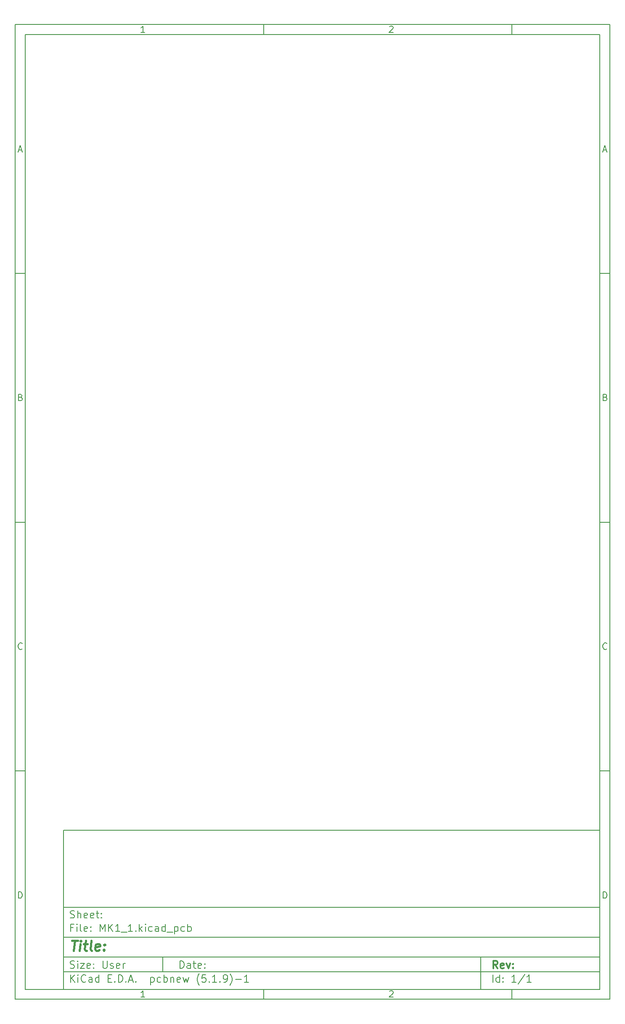
<source format=gbr>
%TF.GenerationSoftware,KiCad,Pcbnew,(5.1.9)-1*%
%TF.CreationDate,2021-07-03T12:35:33-04:00*%
%TF.ProjectId,MK1_1,4d4b315f-312e-46b6-9963-61645f706362,rev?*%
%TF.SameCoordinates,Original*%
%TF.FileFunction,Other,Comment*%
%FSLAX45Y45*%
G04 Gerber Fmt 4.5, Leading zero omitted, Abs format (unit mm)*
G04 Created by KiCad (PCBNEW (5.1.9)-1) date 2021-07-03 12:35:33*
%MOMM*%
%LPD*%
G01*
G04 APERTURE LIST*
%ADD10C,0.127000*%
%ADD11C,0.150000*%
%ADD12C,0.300000*%
%ADD13C,0.400000*%
G04 APERTURE END LIST*
D10*
D11*
X1970000Y-17190000D02*
X1970000Y-20390000D01*
X12770000Y-20390000D01*
X12770000Y-17190000D01*
X1970000Y-17190000D01*
D10*
D11*
X1000000Y-1000000D02*
X1000000Y-20590000D01*
X12970000Y-20590000D01*
X12970000Y-1000000D01*
X1000000Y-1000000D01*
D10*
D11*
X1200000Y-1200000D02*
X1200000Y-20390000D01*
X12770000Y-20390000D01*
X12770000Y-1200000D01*
X1200000Y-1200000D01*
D10*
D11*
X6000000Y-1200000D02*
X6000000Y-1000000D01*
D10*
D11*
X11000000Y-1200000D02*
X11000000Y-1000000D01*
D10*
D11*
X3606548Y-1158810D02*
X3532262Y-1158810D01*
X3569405Y-1158810D02*
X3569405Y-1028809D01*
X3557024Y-1047381D01*
X3544643Y-1059762D01*
X3532262Y-1065952D01*
D10*
D11*
X8532262Y-1041190D02*
X8538452Y-1035000D01*
X8550833Y-1028809D01*
X8581786Y-1028809D01*
X8594167Y-1035000D01*
X8600357Y-1041190D01*
X8606548Y-1053571D01*
X8606548Y-1065952D01*
X8600357Y-1084524D01*
X8526071Y-1158810D01*
X8606548Y-1158810D01*
D10*
D11*
X6000000Y-20390000D02*
X6000000Y-20590000D01*
D10*
D11*
X11000000Y-20390000D02*
X11000000Y-20590000D01*
D10*
D11*
X3606548Y-20548810D02*
X3532262Y-20548810D01*
X3569405Y-20548810D02*
X3569405Y-20418810D01*
X3557024Y-20437381D01*
X3544643Y-20449762D01*
X3532262Y-20455952D01*
D10*
D11*
X8532262Y-20431190D02*
X8538452Y-20425000D01*
X8550833Y-20418810D01*
X8581786Y-20418810D01*
X8594167Y-20425000D01*
X8600357Y-20431190D01*
X8606548Y-20443571D01*
X8606548Y-20455952D01*
X8600357Y-20474524D01*
X8526071Y-20548810D01*
X8606548Y-20548810D01*
D10*
D11*
X1000000Y-6000000D02*
X1200000Y-6000000D01*
D10*
D11*
X1000000Y-11000000D02*
X1200000Y-11000000D01*
D10*
D11*
X1000000Y-16000000D02*
X1200000Y-16000000D01*
D10*
D11*
X1069048Y-3521667D02*
X1130952Y-3521667D01*
X1056667Y-3558809D02*
X1100000Y-3428809D01*
X1143333Y-3558809D01*
D10*
D11*
X1109286Y-8490714D02*
X1127857Y-8496905D01*
X1134048Y-8503095D01*
X1140238Y-8515476D01*
X1140238Y-8534048D01*
X1134048Y-8546429D01*
X1127857Y-8552619D01*
X1115476Y-8558810D01*
X1065952Y-8558810D01*
X1065952Y-8428810D01*
X1109286Y-8428810D01*
X1121667Y-8435000D01*
X1127857Y-8441190D01*
X1134048Y-8453571D01*
X1134048Y-8465952D01*
X1127857Y-8478333D01*
X1121667Y-8484524D01*
X1109286Y-8490714D01*
X1065952Y-8490714D01*
D10*
D11*
X1140238Y-13546428D02*
X1134048Y-13552619D01*
X1115476Y-13558809D01*
X1103095Y-13558809D01*
X1084524Y-13552619D01*
X1072143Y-13540238D01*
X1065952Y-13527857D01*
X1059762Y-13503095D01*
X1059762Y-13484524D01*
X1065952Y-13459762D01*
X1072143Y-13447381D01*
X1084524Y-13435000D01*
X1103095Y-13428809D01*
X1115476Y-13428809D01*
X1134048Y-13435000D01*
X1140238Y-13441190D01*
D10*
D11*
X1065952Y-18558810D02*
X1065952Y-18428810D01*
X1096905Y-18428810D01*
X1115476Y-18435000D01*
X1127857Y-18447381D01*
X1134048Y-18459762D01*
X1140238Y-18484524D01*
X1140238Y-18503095D01*
X1134048Y-18527857D01*
X1127857Y-18540238D01*
X1115476Y-18552619D01*
X1096905Y-18558810D01*
X1065952Y-18558810D01*
D10*
D11*
X12970000Y-6000000D02*
X12770000Y-6000000D01*
D10*
D11*
X12970000Y-11000000D02*
X12770000Y-11000000D01*
D10*
D11*
X12970000Y-16000000D02*
X12770000Y-16000000D01*
D10*
D11*
X12839048Y-3521667D02*
X12900952Y-3521667D01*
X12826667Y-3558809D02*
X12870000Y-3428809D01*
X12913333Y-3558809D01*
D10*
D11*
X12879286Y-8490714D02*
X12897857Y-8496905D01*
X12904048Y-8503095D01*
X12910238Y-8515476D01*
X12910238Y-8534048D01*
X12904048Y-8546429D01*
X12897857Y-8552619D01*
X12885476Y-8558810D01*
X12835952Y-8558810D01*
X12835952Y-8428810D01*
X12879286Y-8428810D01*
X12891667Y-8435000D01*
X12897857Y-8441190D01*
X12904048Y-8453571D01*
X12904048Y-8465952D01*
X12897857Y-8478333D01*
X12891667Y-8484524D01*
X12879286Y-8490714D01*
X12835952Y-8490714D01*
D10*
D11*
X12910238Y-13546428D02*
X12904048Y-13552619D01*
X12885476Y-13558809D01*
X12873095Y-13558809D01*
X12854524Y-13552619D01*
X12842143Y-13540238D01*
X12835952Y-13527857D01*
X12829762Y-13503095D01*
X12829762Y-13484524D01*
X12835952Y-13459762D01*
X12842143Y-13447381D01*
X12854524Y-13435000D01*
X12873095Y-13428809D01*
X12885476Y-13428809D01*
X12904048Y-13435000D01*
X12910238Y-13441190D01*
D10*
D11*
X12835952Y-18558810D02*
X12835952Y-18428810D01*
X12866905Y-18428810D01*
X12885476Y-18435000D01*
X12897857Y-18447381D01*
X12904048Y-18459762D01*
X12910238Y-18484524D01*
X12910238Y-18503095D01*
X12904048Y-18527857D01*
X12897857Y-18540238D01*
X12885476Y-18552619D01*
X12866905Y-18558810D01*
X12835952Y-18558810D01*
D10*
D11*
X4313214Y-19967857D02*
X4313214Y-19817857D01*
X4348929Y-19817857D01*
X4370357Y-19825000D01*
X4384643Y-19839286D01*
X4391786Y-19853571D01*
X4398929Y-19882143D01*
X4398929Y-19903571D01*
X4391786Y-19932143D01*
X4384643Y-19946429D01*
X4370357Y-19960714D01*
X4348929Y-19967857D01*
X4313214Y-19967857D01*
X4527500Y-19967857D02*
X4527500Y-19889286D01*
X4520357Y-19875000D01*
X4506071Y-19867857D01*
X4477500Y-19867857D01*
X4463214Y-19875000D01*
X4527500Y-19960714D02*
X4513214Y-19967857D01*
X4477500Y-19967857D01*
X4463214Y-19960714D01*
X4456071Y-19946429D01*
X4456071Y-19932143D01*
X4463214Y-19917857D01*
X4477500Y-19910714D01*
X4513214Y-19910714D01*
X4527500Y-19903571D01*
X4577500Y-19867857D02*
X4634643Y-19867857D01*
X4598929Y-19817857D02*
X4598929Y-19946429D01*
X4606071Y-19960714D01*
X4620357Y-19967857D01*
X4634643Y-19967857D01*
X4741786Y-19960714D02*
X4727500Y-19967857D01*
X4698929Y-19967857D01*
X4684643Y-19960714D01*
X4677500Y-19946429D01*
X4677500Y-19889286D01*
X4684643Y-19875000D01*
X4698929Y-19867857D01*
X4727500Y-19867857D01*
X4741786Y-19875000D01*
X4748929Y-19889286D01*
X4748929Y-19903571D01*
X4677500Y-19917857D01*
X4813214Y-19953571D02*
X4820357Y-19960714D01*
X4813214Y-19967857D01*
X4806071Y-19960714D01*
X4813214Y-19953571D01*
X4813214Y-19967857D01*
X4813214Y-19875000D02*
X4820357Y-19882143D01*
X4813214Y-19889286D01*
X4806071Y-19882143D01*
X4813214Y-19875000D01*
X4813214Y-19889286D01*
D10*
D11*
X1970000Y-20040000D02*
X12770000Y-20040000D01*
D10*
D11*
X2113214Y-20247857D02*
X2113214Y-20097857D01*
X2198929Y-20247857D02*
X2134643Y-20162143D01*
X2198929Y-20097857D02*
X2113214Y-20183571D01*
X2263214Y-20247857D02*
X2263214Y-20147857D01*
X2263214Y-20097857D02*
X2256071Y-20105000D01*
X2263214Y-20112143D01*
X2270357Y-20105000D01*
X2263214Y-20097857D01*
X2263214Y-20112143D01*
X2420357Y-20233571D02*
X2413214Y-20240714D01*
X2391786Y-20247857D01*
X2377500Y-20247857D01*
X2356071Y-20240714D01*
X2341786Y-20226429D01*
X2334643Y-20212143D01*
X2327500Y-20183571D01*
X2327500Y-20162143D01*
X2334643Y-20133571D01*
X2341786Y-20119286D01*
X2356071Y-20105000D01*
X2377500Y-20097857D01*
X2391786Y-20097857D01*
X2413214Y-20105000D01*
X2420357Y-20112143D01*
X2548929Y-20247857D02*
X2548929Y-20169286D01*
X2541786Y-20155000D01*
X2527500Y-20147857D01*
X2498929Y-20147857D01*
X2484643Y-20155000D01*
X2548929Y-20240714D02*
X2534643Y-20247857D01*
X2498929Y-20247857D01*
X2484643Y-20240714D01*
X2477500Y-20226429D01*
X2477500Y-20212143D01*
X2484643Y-20197857D01*
X2498929Y-20190714D01*
X2534643Y-20190714D01*
X2548929Y-20183571D01*
X2684643Y-20247857D02*
X2684643Y-20097857D01*
X2684643Y-20240714D02*
X2670357Y-20247857D01*
X2641786Y-20247857D01*
X2627500Y-20240714D01*
X2620357Y-20233571D01*
X2613214Y-20219286D01*
X2613214Y-20176429D01*
X2620357Y-20162143D01*
X2627500Y-20155000D01*
X2641786Y-20147857D01*
X2670357Y-20147857D01*
X2684643Y-20155000D01*
X2870357Y-20169286D02*
X2920357Y-20169286D01*
X2941786Y-20247857D02*
X2870357Y-20247857D01*
X2870357Y-20097857D01*
X2941786Y-20097857D01*
X3006071Y-20233571D02*
X3013214Y-20240714D01*
X3006071Y-20247857D01*
X2998928Y-20240714D01*
X3006071Y-20233571D01*
X3006071Y-20247857D01*
X3077500Y-20247857D02*
X3077500Y-20097857D01*
X3113214Y-20097857D01*
X3134643Y-20105000D01*
X3148928Y-20119286D01*
X3156071Y-20133571D01*
X3163214Y-20162143D01*
X3163214Y-20183571D01*
X3156071Y-20212143D01*
X3148928Y-20226429D01*
X3134643Y-20240714D01*
X3113214Y-20247857D01*
X3077500Y-20247857D01*
X3227500Y-20233571D02*
X3234643Y-20240714D01*
X3227500Y-20247857D01*
X3220357Y-20240714D01*
X3227500Y-20233571D01*
X3227500Y-20247857D01*
X3291786Y-20205000D02*
X3363214Y-20205000D01*
X3277500Y-20247857D02*
X3327500Y-20097857D01*
X3377500Y-20247857D01*
X3427500Y-20233571D02*
X3434643Y-20240714D01*
X3427500Y-20247857D01*
X3420357Y-20240714D01*
X3427500Y-20233571D01*
X3427500Y-20247857D01*
X3727500Y-20147857D02*
X3727500Y-20297857D01*
X3727500Y-20155000D02*
X3741786Y-20147857D01*
X3770357Y-20147857D01*
X3784643Y-20155000D01*
X3791786Y-20162143D01*
X3798928Y-20176429D01*
X3798928Y-20219286D01*
X3791786Y-20233571D01*
X3784643Y-20240714D01*
X3770357Y-20247857D01*
X3741786Y-20247857D01*
X3727500Y-20240714D01*
X3927500Y-20240714D02*
X3913214Y-20247857D01*
X3884643Y-20247857D01*
X3870357Y-20240714D01*
X3863214Y-20233571D01*
X3856071Y-20219286D01*
X3856071Y-20176429D01*
X3863214Y-20162143D01*
X3870357Y-20155000D01*
X3884643Y-20147857D01*
X3913214Y-20147857D01*
X3927500Y-20155000D01*
X3991786Y-20247857D02*
X3991786Y-20097857D01*
X3991786Y-20155000D02*
X4006071Y-20147857D01*
X4034643Y-20147857D01*
X4048928Y-20155000D01*
X4056071Y-20162143D01*
X4063214Y-20176429D01*
X4063214Y-20219286D01*
X4056071Y-20233571D01*
X4048928Y-20240714D01*
X4034643Y-20247857D01*
X4006071Y-20247857D01*
X3991786Y-20240714D01*
X4127500Y-20147857D02*
X4127500Y-20247857D01*
X4127500Y-20162143D02*
X4134643Y-20155000D01*
X4148928Y-20147857D01*
X4170357Y-20147857D01*
X4184643Y-20155000D01*
X4191786Y-20169286D01*
X4191786Y-20247857D01*
X4320357Y-20240714D02*
X4306071Y-20247857D01*
X4277500Y-20247857D01*
X4263214Y-20240714D01*
X4256071Y-20226429D01*
X4256071Y-20169286D01*
X4263214Y-20155000D01*
X4277500Y-20147857D01*
X4306071Y-20147857D01*
X4320357Y-20155000D01*
X4327500Y-20169286D01*
X4327500Y-20183571D01*
X4256071Y-20197857D01*
X4377500Y-20147857D02*
X4406071Y-20247857D01*
X4434643Y-20176429D01*
X4463214Y-20247857D01*
X4491786Y-20147857D01*
X4706071Y-20305000D02*
X4698929Y-20297857D01*
X4684643Y-20276429D01*
X4677500Y-20262143D01*
X4670357Y-20240714D01*
X4663214Y-20205000D01*
X4663214Y-20176429D01*
X4670357Y-20140714D01*
X4677500Y-20119286D01*
X4684643Y-20105000D01*
X4698929Y-20083571D01*
X4706071Y-20076429D01*
X4834643Y-20097857D02*
X4763214Y-20097857D01*
X4756071Y-20169286D01*
X4763214Y-20162143D01*
X4777500Y-20155000D01*
X4813214Y-20155000D01*
X4827500Y-20162143D01*
X4834643Y-20169286D01*
X4841786Y-20183571D01*
X4841786Y-20219286D01*
X4834643Y-20233571D01*
X4827500Y-20240714D01*
X4813214Y-20247857D01*
X4777500Y-20247857D01*
X4763214Y-20240714D01*
X4756071Y-20233571D01*
X4906071Y-20233571D02*
X4913214Y-20240714D01*
X4906071Y-20247857D01*
X4898929Y-20240714D01*
X4906071Y-20233571D01*
X4906071Y-20247857D01*
X5056071Y-20247857D02*
X4970357Y-20247857D01*
X5013214Y-20247857D02*
X5013214Y-20097857D01*
X4998929Y-20119286D01*
X4984643Y-20133571D01*
X4970357Y-20140714D01*
X5120357Y-20233571D02*
X5127500Y-20240714D01*
X5120357Y-20247857D01*
X5113214Y-20240714D01*
X5120357Y-20233571D01*
X5120357Y-20247857D01*
X5198929Y-20247857D02*
X5227500Y-20247857D01*
X5241786Y-20240714D01*
X5248929Y-20233571D01*
X5263214Y-20212143D01*
X5270357Y-20183571D01*
X5270357Y-20126429D01*
X5263214Y-20112143D01*
X5256071Y-20105000D01*
X5241786Y-20097857D01*
X5213214Y-20097857D01*
X5198929Y-20105000D01*
X5191786Y-20112143D01*
X5184643Y-20126429D01*
X5184643Y-20162143D01*
X5191786Y-20176429D01*
X5198929Y-20183571D01*
X5213214Y-20190714D01*
X5241786Y-20190714D01*
X5256071Y-20183571D01*
X5263214Y-20176429D01*
X5270357Y-20162143D01*
X5320357Y-20305000D02*
X5327500Y-20297857D01*
X5341786Y-20276429D01*
X5348929Y-20262143D01*
X5356071Y-20240714D01*
X5363214Y-20205000D01*
X5363214Y-20176429D01*
X5356071Y-20140714D01*
X5348929Y-20119286D01*
X5341786Y-20105000D01*
X5327500Y-20083571D01*
X5320357Y-20076429D01*
X5434643Y-20190714D02*
X5548929Y-20190714D01*
X5698928Y-20247857D02*
X5613214Y-20247857D01*
X5656071Y-20247857D02*
X5656071Y-20097857D01*
X5641786Y-20119286D01*
X5627500Y-20133571D01*
X5613214Y-20140714D01*
D10*
D11*
X1970000Y-19740000D02*
X12770000Y-19740000D01*
D10*
D12*
X10710929Y-19967857D02*
X10660929Y-19896429D01*
X10625214Y-19967857D02*
X10625214Y-19817857D01*
X10682357Y-19817857D01*
X10696643Y-19825000D01*
X10703786Y-19832143D01*
X10710929Y-19846429D01*
X10710929Y-19867857D01*
X10703786Y-19882143D01*
X10696643Y-19889286D01*
X10682357Y-19896429D01*
X10625214Y-19896429D01*
X10832357Y-19960714D02*
X10818071Y-19967857D01*
X10789500Y-19967857D01*
X10775214Y-19960714D01*
X10768071Y-19946429D01*
X10768071Y-19889286D01*
X10775214Y-19875000D01*
X10789500Y-19867857D01*
X10818071Y-19867857D01*
X10832357Y-19875000D01*
X10839500Y-19889286D01*
X10839500Y-19903571D01*
X10768071Y-19917857D01*
X10889500Y-19867857D02*
X10925214Y-19967857D01*
X10960929Y-19867857D01*
X11018071Y-19953571D02*
X11025214Y-19960714D01*
X11018071Y-19967857D01*
X11010929Y-19960714D01*
X11018071Y-19953571D01*
X11018071Y-19967857D01*
X11018071Y-19875000D02*
X11025214Y-19882143D01*
X11018071Y-19889286D01*
X11010929Y-19882143D01*
X11018071Y-19875000D01*
X11018071Y-19889286D01*
D10*
D11*
X2106071Y-19960714D02*
X2127500Y-19967857D01*
X2163214Y-19967857D01*
X2177500Y-19960714D01*
X2184643Y-19953571D01*
X2191786Y-19939286D01*
X2191786Y-19925000D01*
X2184643Y-19910714D01*
X2177500Y-19903571D01*
X2163214Y-19896429D01*
X2134643Y-19889286D01*
X2120357Y-19882143D01*
X2113214Y-19875000D01*
X2106071Y-19860714D01*
X2106071Y-19846429D01*
X2113214Y-19832143D01*
X2120357Y-19825000D01*
X2134643Y-19817857D01*
X2170357Y-19817857D01*
X2191786Y-19825000D01*
X2256071Y-19967857D02*
X2256071Y-19867857D01*
X2256071Y-19817857D02*
X2248929Y-19825000D01*
X2256071Y-19832143D01*
X2263214Y-19825000D01*
X2256071Y-19817857D01*
X2256071Y-19832143D01*
X2313214Y-19867857D02*
X2391786Y-19867857D01*
X2313214Y-19967857D01*
X2391786Y-19967857D01*
X2506071Y-19960714D02*
X2491786Y-19967857D01*
X2463214Y-19967857D01*
X2448929Y-19960714D01*
X2441786Y-19946429D01*
X2441786Y-19889286D01*
X2448929Y-19875000D01*
X2463214Y-19867857D01*
X2491786Y-19867857D01*
X2506071Y-19875000D01*
X2513214Y-19889286D01*
X2513214Y-19903571D01*
X2441786Y-19917857D01*
X2577500Y-19953571D02*
X2584643Y-19960714D01*
X2577500Y-19967857D01*
X2570357Y-19960714D01*
X2577500Y-19953571D01*
X2577500Y-19967857D01*
X2577500Y-19875000D02*
X2584643Y-19882143D01*
X2577500Y-19889286D01*
X2570357Y-19882143D01*
X2577500Y-19875000D01*
X2577500Y-19889286D01*
X2763214Y-19817857D02*
X2763214Y-19939286D01*
X2770357Y-19953571D01*
X2777500Y-19960714D01*
X2791786Y-19967857D01*
X2820357Y-19967857D01*
X2834643Y-19960714D01*
X2841786Y-19953571D01*
X2848928Y-19939286D01*
X2848928Y-19817857D01*
X2913214Y-19960714D02*
X2927500Y-19967857D01*
X2956071Y-19967857D01*
X2970357Y-19960714D01*
X2977500Y-19946429D01*
X2977500Y-19939286D01*
X2970357Y-19925000D01*
X2956071Y-19917857D01*
X2934643Y-19917857D01*
X2920357Y-19910714D01*
X2913214Y-19896429D01*
X2913214Y-19889286D01*
X2920357Y-19875000D01*
X2934643Y-19867857D01*
X2956071Y-19867857D01*
X2970357Y-19875000D01*
X3098928Y-19960714D02*
X3084643Y-19967857D01*
X3056071Y-19967857D01*
X3041786Y-19960714D01*
X3034643Y-19946429D01*
X3034643Y-19889286D01*
X3041786Y-19875000D01*
X3056071Y-19867857D01*
X3084643Y-19867857D01*
X3098928Y-19875000D01*
X3106071Y-19889286D01*
X3106071Y-19903571D01*
X3034643Y-19917857D01*
X3170357Y-19967857D02*
X3170357Y-19867857D01*
X3170357Y-19896429D02*
X3177500Y-19882143D01*
X3184643Y-19875000D01*
X3198928Y-19867857D01*
X3213214Y-19867857D01*
D10*
D11*
X10613214Y-20247857D02*
X10613214Y-20097857D01*
X10748929Y-20247857D02*
X10748929Y-20097857D01*
X10748929Y-20240714D02*
X10734643Y-20247857D01*
X10706071Y-20247857D01*
X10691786Y-20240714D01*
X10684643Y-20233571D01*
X10677500Y-20219286D01*
X10677500Y-20176429D01*
X10684643Y-20162143D01*
X10691786Y-20155000D01*
X10706071Y-20147857D01*
X10734643Y-20147857D01*
X10748929Y-20155000D01*
X10820357Y-20233571D02*
X10827500Y-20240714D01*
X10820357Y-20247857D01*
X10813214Y-20240714D01*
X10820357Y-20233571D01*
X10820357Y-20247857D01*
X10820357Y-20155000D02*
X10827500Y-20162143D01*
X10820357Y-20169286D01*
X10813214Y-20162143D01*
X10820357Y-20155000D01*
X10820357Y-20169286D01*
X11084643Y-20247857D02*
X10998929Y-20247857D01*
X11041786Y-20247857D02*
X11041786Y-20097857D01*
X11027500Y-20119286D01*
X11013214Y-20133571D01*
X10998929Y-20140714D01*
X11256071Y-20090714D02*
X11127500Y-20283571D01*
X11384643Y-20247857D02*
X11298928Y-20247857D01*
X11341786Y-20247857D02*
X11341786Y-20097857D01*
X11327500Y-20119286D01*
X11313214Y-20133571D01*
X11298928Y-20140714D01*
D10*
D11*
X1970000Y-19340000D02*
X12770000Y-19340000D01*
D10*
D13*
X2141238Y-19410476D02*
X2255524Y-19410476D01*
X2173381Y-19610476D02*
X2198381Y-19410476D01*
X2297190Y-19610476D02*
X2313857Y-19477143D01*
X2322190Y-19410476D02*
X2311476Y-19420000D01*
X2319810Y-19429524D01*
X2330524Y-19420000D01*
X2322190Y-19410476D01*
X2319810Y-19429524D01*
X2380524Y-19477143D02*
X2456714Y-19477143D01*
X2417429Y-19410476D02*
X2396000Y-19581905D01*
X2403143Y-19600952D01*
X2421000Y-19610476D01*
X2440048Y-19610476D01*
X2535286Y-19610476D02*
X2517429Y-19600952D01*
X2510286Y-19581905D01*
X2531714Y-19410476D01*
X2688857Y-19600952D02*
X2668619Y-19610476D01*
X2630524Y-19610476D01*
X2612667Y-19600952D01*
X2605524Y-19581905D01*
X2615048Y-19505714D01*
X2626952Y-19486667D01*
X2647190Y-19477143D01*
X2685286Y-19477143D01*
X2703143Y-19486667D01*
X2710286Y-19505714D01*
X2707905Y-19524762D01*
X2610286Y-19543810D01*
X2785286Y-19591429D02*
X2793619Y-19600952D01*
X2782905Y-19610476D01*
X2774571Y-19600952D01*
X2785286Y-19591429D01*
X2782905Y-19610476D01*
X2798381Y-19486667D02*
X2806714Y-19496190D01*
X2796000Y-19505714D01*
X2787667Y-19496190D01*
X2798381Y-19486667D01*
X2796000Y-19505714D01*
D10*
D11*
X2163214Y-19149286D02*
X2113214Y-19149286D01*
X2113214Y-19227857D02*
X2113214Y-19077857D01*
X2184643Y-19077857D01*
X2241786Y-19227857D02*
X2241786Y-19127857D01*
X2241786Y-19077857D02*
X2234643Y-19085000D01*
X2241786Y-19092143D01*
X2248929Y-19085000D01*
X2241786Y-19077857D01*
X2241786Y-19092143D01*
X2334643Y-19227857D02*
X2320357Y-19220714D01*
X2313214Y-19206429D01*
X2313214Y-19077857D01*
X2448929Y-19220714D02*
X2434643Y-19227857D01*
X2406071Y-19227857D01*
X2391786Y-19220714D01*
X2384643Y-19206429D01*
X2384643Y-19149286D01*
X2391786Y-19135000D01*
X2406071Y-19127857D01*
X2434643Y-19127857D01*
X2448929Y-19135000D01*
X2456071Y-19149286D01*
X2456071Y-19163571D01*
X2384643Y-19177857D01*
X2520357Y-19213571D02*
X2527500Y-19220714D01*
X2520357Y-19227857D01*
X2513214Y-19220714D01*
X2520357Y-19213571D01*
X2520357Y-19227857D01*
X2520357Y-19135000D02*
X2527500Y-19142143D01*
X2520357Y-19149286D01*
X2513214Y-19142143D01*
X2520357Y-19135000D01*
X2520357Y-19149286D01*
X2706071Y-19227857D02*
X2706071Y-19077857D01*
X2756071Y-19185000D01*
X2806071Y-19077857D01*
X2806071Y-19227857D01*
X2877500Y-19227857D02*
X2877500Y-19077857D01*
X2963214Y-19227857D02*
X2898928Y-19142143D01*
X2963214Y-19077857D02*
X2877500Y-19163571D01*
X3106071Y-19227857D02*
X3020357Y-19227857D01*
X3063214Y-19227857D02*
X3063214Y-19077857D01*
X3048928Y-19099286D01*
X3034643Y-19113571D01*
X3020357Y-19120714D01*
X3134643Y-19242143D02*
X3248928Y-19242143D01*
X3363214Y-19227857D02*
X3277500Y-19227857D01*
X3320357Y-19227857D02*
X3320357Y-19077857D01*
X3306071Y-19099286D01*
X3291786Y-19113571D01*
X3277500Y-19120714D01*
X3427500Y-19213571D02*
X3434643Y-19220714D01*
X3427500Y-19227857D01*
X3420357Y-19220714D01*
X3427500Y-19213571D01*
X3427500Y-19227857D01*
X3498928Y-19227857D02*
X3498928Y-19077857D01*
X3513214Y-19170714D02*
X3556071Y-19227857D01*
X3556071Y-19127857D02*
X3498928Y-19185000D01*
X3620357Y-19227857D02*
X3620357Y-19127857D01*
X3620357Y-19077857D02*
X3613214Y-19085000D01*
X3620357Y-19092143D01*
X3627500Y-19085000D01*
X3620357Y-19077857D01*
X3620357Y-19092143D01*
X3756071Y-19220714D02*
X3741786Y-19227857D01*
X3713214Y-19227857D01*
X3698928Y-19220714D01*
X3691786Y-19213571D01*
X3684643Y-19199286D01*
X3684643Y-19156429D01*
X3691786Y-19142143D01*
X3698928Y-19135000D01*
X3713214Y-19127857D01*
X3741786Y-19127857D01*
X3756071Y-19135000D01*
X3884643Y-19227857D02*
X3884643Y-19149286D01*
X3877500Y-19135000D01*
X3863214Y-19127857D01*
X3834643Y-19127857D01*
X3820357Y-19135000D01*
X3884643Y-19220714D02*
X3870357Y-19227857D01*
X3834643Y-19227857D01*
X3820357Y-19220714D01*
X3813214Y-19206429D01*
X3813214Y-19192143D01*
X3820357Y-19177857D01*
X3834643Y-19170714D01*
X3870357Y-19170714D01*
X3884643Y-19163571D01*
X4020357Y-19227857D02*
X4020357Y-19077857D01*
X4020357Y-19220714D02*
X4006071Y-19227857D01*
X3977500Y-19227857D01*
X3963214Y-19220714D01*
X3956071Y-19213571D01*
X3948928Y-19199286D01*
X3948928Y-19156429D01*
X3956071Y-19142143D01*
X3963214Y-19135000D01*
X3977500Y-19127857D01*
X4006071Y-19127857D01*
X4020357Y-19135000D01*
X4056071Y-19242143D02*
X4170357Y-19242143D01*
X4206071Y-19127857D02*
X4206071Y-19277857D01*
X4206071Y-19135000D02*
X4220357Y-19127857D01*
X4248929Y-19127857D01*
X4263214Y-19135000D01*
X4270357Y-19142143D01*
X4277500Y-19156429D01*
X4277500Y-19199286D01*
X4270357Y-19213571D01*
X4263214Y-19220714D01*
X4248929Y-19227857D01*
X4220357Y-19227857D01*
X4206071Y-19220714D01*
X4406071Y-19220714D02*
X4391786Y-19227857D01*
X4363214Y-19227857D01*
X4348929Y-19220714D01*
X4341786Y-19213571D01*
X4334643Y-19199286D01*
X4334643Y-19156429D01*
X4341786Y-19142143D01*
X4348929Y-19135000D01*
X4363214Y-19127857D01*
X4391786Y-19127857D01*
X4406071Y-19135000D01*
X4470357Y-19227857D02*
X4470357Y-19077857D01*
X4470357Y-19135000D02*
X4484643Y-19127857D01*
X4513214Y-19127857D01*
X4527500Y-19135000D01*
X4534643Y-19142143D01*
X4541786Y-19156429D01*
X4541786Y-19199286D01*
X4534643Y-19213571D01*
X4527500Y-19220714D01*
X4513214Y-19227857D01*
X4484643Y-19227857D01*
X4470357Y-19220714D01*
D10*
D11*
X1970000Y-18740000D02*
X12770000Y-18740000D01*
D10*
D11*
X2106071Y-18950714D02*
X2127500Y-18957857D01*
X2163214Y-18957857D01*
X2177500Y-18950714D01*
X2184643Y-18943571D01*
X2191786Y-18929286D01*
X2191786Y-18915000D01*
X2184643Y-18900714D01*
X2177500Y-18893571D01*
X2163214Y-18886429D01*
X2134643Y-18879286D01*
X2120357Y-18872143D01*
X2113214Y-18865000D01*
X2106071Y-18850714D01*
X2106071Y-18836429D01*
X2113214Y-18822143D01*
X2120357Y-18815000D01*
X2134643Y-18807857D01*
X2170357Y-18807857D01*
X2191786Y-18815000D01*
X2256071Y-18957857D02*
X2256071Y-18807857D01*
X2320357Y-18957857D02*
X2320357Y-18879286D01*
X2313214Y-18865000D01*
X2298929Y-18857857D01*
X2277500Y-18857857D01*
X2263214Y-18865000D01*
X2256071Y-18872143D01*
X2448929Y-18950714D02*
X2434643Y-18957857D01*
X2406071Y-18957857D01*
X2391786Y-18950714D01*
X2384643Y-18936429D01*
X2384643Y-18879286D01*
X2391786Y-18865000D01*
X2406071Y-18857857D01*
X2434643Y-18857857D01*
X2448929Y-18865000D01*
X2456071Y-18879286D01*
X2456071Y-18893571D01*
X2384643Y-18907857D01*
X2577500Y-18950714D02*
X2563214Y-18957857D01*
X2534643Y-18957857D01*
X2520357Y-18950714D01*
X2513214Y-18936429D01*
X2513214Y-18879286D01*
X2520357Y-18865000D01*
X2534643Y-18857857D01*
X2563214Y-18857857D01*
X2577500Y-18865000D01*
X2584643Y-18879286D01*
X2584643Y-18893571D01*
X2513214Y-18907857D01*
X2627500Y-18857857D02*
X2684643Y-18857857D01*
X2648929Y-18807857D02*
X2648929Y-18936429D01*
X2656071Y-18950714D01*
X2670357Y-18957857D01*
X2684643Y-18957857D01*
X2734643Y-18943571D02*
X2741786Y-18950714D01*
X2734643Y-18957857D01*
X2727500Y-18950714D01*
X2734643Y-18943571D01*
X2734643Y-18957857D01*
X2734643Y-18865000D02*
X2741786Y-18872143D01*
X2734643Y-18879286D01*
X2727500Y-18872143D01*
X2734643Y-18865000D01*
X2734643Y-18879286D01*
D10*
D11*
X3970000Y-19740000D02*
X3970000Y-20040000D01*
D10*
D11*
X10370000Y-19740000D02*
X10370000Y-20390000D01*
M02*

</source>
